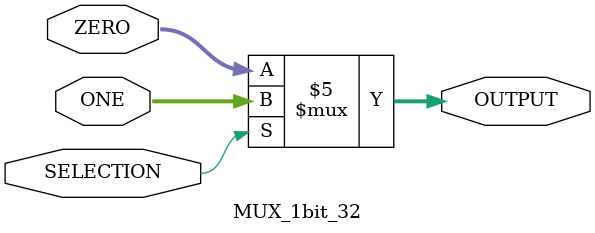
<source format=v>
`timescale 1ns / 1ps


module MUX_1bit_32(
    input SELECTION,
    input [31:0] ZERO,
    input [31:0] ONE,
    output reg [31:0] OUTPUT
    );
    
    initial begin
        OUTPUT = 0;
    end
    
    always @(*) begin
        if(SELECTION == 0)
            OUTPUT = ZERO;
        else
            OUTPUT = ONE;
    end
    
endmodule

</source>
